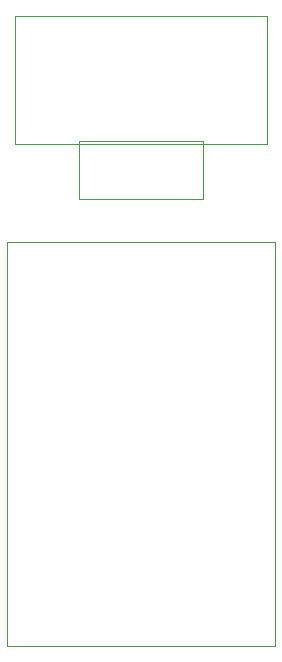
<source format=gbr>
G04 #@! TF.GenerationSoftware,KiCad,Pcbnew,5.1.5-52549c5~85~ubuntu18.04.1*
G04 #@! TF.CreationDate,2020-03-29T12:36:54+00:00*
G04 #@! TF.ProjectId,PWR,5057522e-6b69-4636-9164-5f7063625858,rev?*
G04 #@! TF.SameCoordinates,Original*
G04 #@! TF.FileFunction,Other,User*
%FSLAX46Y46*%
G04 Gerber Fmt 4.6, Leading zero omitted, Abs format (unit mm)*
G04 Created by KiCad (PCBNEW 5.1.5-52549c5~85~ubuntu18.04.1) date 2020-03-29 12:36:54*
%MOMM*%
%LPD*%
G04 APERTURE LIST*
%ADD10C,0.050000*%
G04 APERTURE END LIST*
D10*
X128370000Y-94055000D02*
X128370000Y-128255000D01*
X128370000Y-128255000D02*
X151070000Y-128255000D01*
X151070000Y-94055000D02*
X151070000Y-128255000D01*
X128370000Y-94055000D02*
X151070000Y-94055000D01*
X134450000Y-90395000D02*
X144950000Y-90395000D01*
X134450000Y-85485000D02*
X134450000Y-90395000D01*
X144950000Y-85485000D02*
X134450000Y-85485000D01*
X144950000Y-90395000D02*
X144950000Y-85485000D01*
X150360000Y-74935000D02*
X129040000Y-74935000D01*
X150360000Y-85745000D02*
X150360000Y-74935000D01*
X129040000Y-85745000D02*
X150360000Y-85745000D01*
X129040000Y-74935000D02*
X129040000Y-85745000D01*
M02*

</source>
